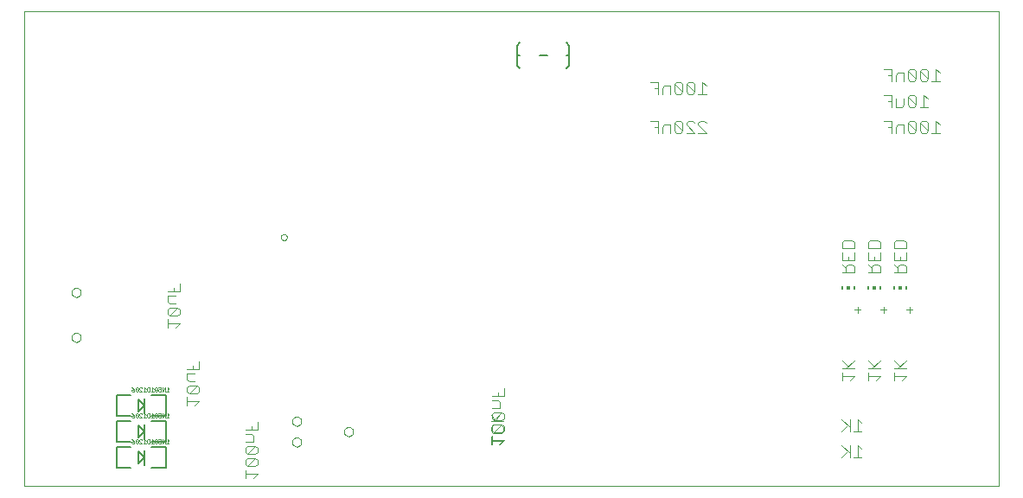
<source format=gbo>
G75*
%MOIN*%
%OFA0B0*%
%FSLAX24Y24*%
%IPPOS*%
%LPD*%
%AMOC8*
5,1,8,0,0,1.08239X$1,22.5*
%
%ADD10C,0.0000*%
%ADD11C,0.0040*%
%ADD12C,0.0080*%
%ADD13C,0.0010*%
%ADD14C,0.0030*%
%ADD15R,0.0059X0.0118*%
%ADD16R,0.0118X0.0118*%
D10*
X003100Y002310D02*
X003100Y020606D01*
X040670Y020606D01*
X040670Y002310D01*
X003100Y002310D01*
X004923Y008044D02*
X004925Y008070D01*
X004931Y008096D01*
X004941Y008121D01*
X004954Y008144D01*
X004970Y008164D01*
X004990Y008182D01*
X005012Y008197D01*
X005035Y008209D01*
X005061Y008217D01*
X005087Y008221D01*
X005113Y008221D01*
X005139Y008217D01*
X005165Y008209D01*
X005189Y008197D01*
X005210Y008182D01*
X005230Y008164D01*
X005246Y008144D01*
X005259Y008121D01*
X005269Y008096D01*
X005275Y008070D01*
X005277Y008044D01*
X005275Y008018D01*
X005269Y007992D01*
X005259Y007967D01*
X005246Y007944D01*
X005230Y007924D01*
X005210Y007906D01*
X005188Y007891D01*
X005165Y007879D01*
X005139Y007871D01*
X005113Y007867D01*
X005087Y007867D01*
X005061Y007871D01*
X005035Y007879D01*
X005011Y007891D01*
X004990Y007906D01*
X004970Y007924D01*
X004954Y007944D01*
X004941Y007967D01*
X004931Y007992D01*
X004925Y008018D01*
X004923Y008044D01*
X004923Y009776D02*
X004925Y009802D01*
X004931Y009828D01*
X004941Y009853D01*
X004954Y009876D01*
X004970Y009896D01*
X004990Y009914D01*
X005012Y009929D01*
X005035Y009941D01*
X005061Y009949D01*
X005087Y009953D01*
X005113Y009953D01*
X005139Y009949D01*
X005165Y009941D01*
X005189Y009929D01*
X005210Y009914D01*
X005230Y009896D01*
X005246Y009876D01*
X005259Y009853D01*
X005269Y009828D01*
X005275Y009802D01*
X005277Y009776D01*
X005275Y009750D01*
X005269Y009724D01*
X005259Y009699D01*
X005246Y009676D01*
X005230Y009656D01*
X005210Y009638D01*
X005188Y009623D01*
X005165Y009611D01*
X005139Y009603D01*
X005113Y009599D01*
X005087Y009599D01*
X005061Y009603D01*
X005035Y009611D01*
X005011Y009623D01*
X004990Y009638D01*
X004970Y009656D01*
X004954Y009676D01*
X004941Y009699D01*
X004931Y009724D01*
X004925Y009750D01*
X004923Y009776D01*
X012982Y011910D02*
X012984Y011931D01*
X012990Y011951D01*
X012999Y011971D01*
X013011Y011988D01*
X013026Y012002D01*
X013044Y012014D01*
X013064Y012022D01*
X013084Y012027D01*
X013105Y012028D01*
X013126Y012025D01*
X013146Y012019D01*
X013165Y012008D01*
X013182Y011995D01*
X013195Y011979D01*
X013206Y011961D01*
X013214Y011941D01*
X013218Y011921D01*
X013218Y011899D01*
X013214Y011879D01*
X013206Y011859D01*
X013195Y011841D01*
X013182Y011825D01*
X013165Y011812D01*
X013146Y011801D01*
X013126Y011795D01*
X013105Y011792D01*
X013084Y011793D01*
X013064Y011798D01*
X013044Y011806D01*
X013026Y011818D01*
X013011Y011832D01*
X012999Y011849D01*
X012990Y011869D01*
X012984Y011889D01*
X012982Y011910D01*
X013425Y004810D02*
X013427Y004836D01*
X013433Y004862D01*
X013442Y004886D01*
X013455Y004909D01*
X013472Y004929D01*
X013491Y004947D01*
X013513Y004962D01*
X013536Y004973D01*
X013561Y004981D01*
X013587Y004985D01*
X013613Y004985D01*
X013639Y004981D01*
X013664Y004973D01*
X013688Y004962D01*
X013709Y004947D01*
X013728Y004929D01*
X013745Y004909D01*
X013758Y004886D01*
X013767Y004862D01*
X013773Y004836D01*
X013775Y004810D01*
X013773Y004784D01*
X013767Y004758D01*
X013758Y004734D01*
X013745Y004711D01*
X013728Y004691D01*
X013709Y004673D01*
X013687Y004658D01*
X013664Y004647D01*
X013639Y004639D01*
X013613Y004635D01*
X013587Y004635D01*
X013561Y004639D01*
X013536Y004647D01*
X013512Y004658D01*
X013491Y004673D01*
X013472Y004691D01*
X013455Y004711D01*
X013442Y004734D01*
X013433Y004758D01*
X013427Y004784D01*
X013425Y004810D01*
X013425Y004010D02*
X013427Y004036D01*
X013433Y004062D01*
X013442Y004086D01*
X013455Y004109D01*
X013472Y004129D01*
X013491Y004147D01*
X013513Y004162D01*
X013536Y004173D01*
X013561Y004181D01*
X013587Y004185D01*
X013613Y004185D01*
X013639Y004181D01*
X013664Y004173D01*
X013688Y004162D01*
X013709Y004147D01*
X013728Y004129D01*
X013745Y004109D01*
X013758Y004086D01*
X013767Y004062D01*
X013773Y004036D01*
X013775Y004010D01*
X013773Y003984D01*
X013767Y003958D01*
X013758Y003934D01*
X013745Y003911D01*
X013728Y003891D01*
X013709Y003873D01*
X013687Y003858D01*
X013664Y003847D01*
X013639Y003839D01*
X013613Y003835D01*
X013587Y003835D01*
X013561Y003839D01*
X013536Y003847D01*
X013512Y003858D01*
X013491Y003873D01*
X013472Y003891D01*
X013455Y003911D01*
X013442Y003934D01*
X013433Y003958D01*
X013427Y003984D01*
X013425Y004010D01*
X015425Y004410D02*
X015427Y004436D01*
X015433Y004462D01*
X015442Y004486D01*
X015455Y004509D01*
X015472Y004529D01*
X015491Y004547D01*
X015513Y004562D01*
X015536Y004573D01*
X015561Y004581D01*
X015587Y004585D01*
X015613Y004585D01*
X015639Y004581D01*
X015664Y004573D01*
X015688Y004562D01*
X015709Y004547D01*
X015728Y004529D01*
X015745Y004509D01*
X015758Y004486D01*
X015767Y004462D01*
X015773Y004436D01*
X015775Y004410D01*
X015773Y004384D01*
X015767Y004358D01*
X015758Y004334D01*
X015745Y004311D01*
X015728Y004291D01*
X015709Y004273D01*
X015687Y004258D01*
X015664Y004247D01*
X015639Y004239D01*
X015613Y004235D01*
X015587Y004235D01*
X015561Y004239D01*
X015536Y004247D01*
X015512Y004258D01*
X015491Y004273D01*
X015472Y004291D01*
X015455Y004311D01*
X015442Y004334D01*
X015433Y004358D01*
X015427Y004384D01*
X015425Y004410D01*
D11*
X012080Y004470D02*
X012080Y004777D01*
X011850Y004623D02*
X011850Y004470D01*
X011850Y004316D02*
X011620Y004316D01*
X011620Y004470D02*
X012080Y004470D01*
X011927Y004240D02*
X011850Y004316D01*
X011927Y004240D02*
X011927Y004009D01*
X011620Y004009D01*
X011697Y003856D02*
X011620Y003779D01*
X011620Y003626D01*
X011697Y003549D01*
X012004Y003856D01*
X011697Y003856D01*
X012004Y003856D02*
X012080Y003779D01*
X012080Y003626D01*
X012004Y003549D01*
X011697Y003549D01*
X011697Y003396D02*
X011620Y003319D01*
X011620Y003165D01*
X011697Y003089D01*
X012004Y003396D01*
X011697Y003396D01*
X012004Y003396D02*
X012080Y003319D01*
X012080Y003165D01*
X012004Y003089D01*
X011697Y003089D01*
X011620Y002935D02*
X011620Y002628D01*
X011620Y002782D02*
X012080Y002782D01*
X011927Y002628D01*
X009677Y005430D02*
X009830Y005584D01*
X009370Y005584D01*
X009370Y005737D02*
X009370Y005430D01*
X009447Y005891D02*
X009754Y006198D01*
X009447Y006198D01*
X009370Y006121D01*
X009370Y005967D01*
X009447Y005891D01*
X009754Y005891D01*
X009830Y005967D01*
X009830Y006121D01*
X009754Y006198D01*
X009677Y006351D02*
X009447Y006351D01*
X009370Y006428D01*
X009370Y006658D01*
X009677Y006658D01*
X009600Y006811D02*
X009600Y006965D01*
X009370Y006811D02*
X009830Y006811D01*
X009830Y007118D01*
X008927Y008430D02*
X009080Y008584D01*
X008620Y008584D01*
X008620Y008737D02*
X008620Y008430D01*
X008697Y008891D02*
X008620Y008967D01*
X008620Y009121D01*
X008697Y009198D01*
X009004Y009198D01*
X008697Y008891D01*
X009004Y008891D01*
X009080Y008967D01*
X009080Y009121D01*
X009004Y009198D01*
X008927Y009351D02*
X008697Y009351D01*
X008620Y009428D01*
X008620Y009658D01*
X008927Y009658D01*
X008850Y009811D02*
X008850Y009965D01*
X008620Y009811D02*
X009080Y009811D01*
X009080Y010118D01*
X021120Y005772D02*
X021580Y005772D01*
X021580Y006079D01*
X021350Y005925D02*
X021350Y005772D01*
X021350Y005618D02*
X021120Y005618D01*
X021350Y005618D02*
X021427Y005542D01*
X021427Y005311D01*
X021120Y005311D01*
X021197Y005158D02*
X021120Y005081D01*
X021120Y004928D01*
X021197Y004851D01*
X021504Y005158D01*
X021197Y005158D01*
X021095Y005056D02*
X021248Y004826D01*
X021402Y005056D01*
X021504Y005158D02*
X021580Y005081D01*
X021580Y004928D01*
X021504Y004851D01*
X021197Y004851D01*
X021095Y004826D02*
X021555Y004826D01*
X021504Y004698D02*
X021197Y004391D01*
X021120Y004467D01*
X021120Y004621D01*
X021197Y004698D01*
X021504Y004698D01*
X021580Y004621D01*
X021580Y004467D01*
X021504Y004391D01*
X021197Y004391D01*
X021172Y004366D02*
X021479Y004673D01*
X021172Y004673D01*
X021095Y004596D01*
X021095Y004442D01*
X021172Y004366D01*
X021479Y004366D01*
X021555Y004442D01*
X021555Y004596D01*
X021479Y004673D01*
X021120Y004237D02*
X021120Y003930D01*
X021095Y003905D02*
X021095Y004212D01*
X021120Y004084D02*
X021580Y004084D01*
X021427Y003930D01*
X021402Y003905D02*
X021555Y004059D01*
X021095Y004059D01*
X034608Y003891D02*
X034915Y003584D01*
X034839Y003660D02*
X034608Y003430D01*
X034915Y003430D02*
X034915Y003891D01*
X035222Y003891D02*
X035222Y003430D01*
X035069Y003430D02*
X035376Y003430D01*
X035376Y003737D02*
X035222Y003891D01*
X035222Y004430D02*
X035222Y004891D01*
X035376Y004737D01*
X035376Y004430D02*
X035069Y004430D01*
X034915Y004430D02*
X034915Y004891D01*
X034839Y004660D02*
X034608Y004430D01*
X034915Y004584D02*
X034608Y004891D01*
X034620Y006384D02*
X034620Y006691D01*
X034620Y006538D02*
X035080Y006538D01*
X034927Y006384D01*
X035620Y006384D02*
X035620Y006691D01*
X035620Y006538D02*
X036080Y006538D01*
X035927Y006384D01*
X036620Y006384D02*
X036620Y006691D01*
X036620Y006538D02*
X037080Y006538D01*
X036927Y006384D01*
X037080Y006845D02*
X036620Y006845D01*
X036773Y006845D02*
X037080Y007152D01*
X036850Y006922D02*
X036620Y007152D01*
X036080Y007152D02*
X035773Y006845D01*
X035850Y006922D02*
X035620Y007152D01*
X035620Y006845D02*
X036080Y006845D01*
X035080Y006845D02*
X034620Y006845D01*
X034773Y006845D02*
X035080Y007152D01*
X034850Y006922D02*
X034620Y007152D01*
X034620Y010555D02*
X035080Y010555D01*
X035080Y010785D01*
X035004Y010862D01*
X034850Y010862D01*
X034773Y010785D01*
X034773Y010555D01*
X034773Y010709D02*
X034620Y010862D01*
X034620Y011016D02*
X034620Y011323D01*
X034620Y011476D02*
X034620Y011706D01*
X034697Y011783D01*
X035004Y011783D01*
X035080Y011706D01*
X035080Y011476D01*
X034620Y011476D01*
X034850Y011169D02*
X034850Y011016D01*
X035080Y011016D02*
X034620Y011016D01*
X035080Y011016D02*
X035080Y011323D01*
X035620Y011323D02*
X035620Y011016D01*
X036080Y011016D01*
X036080Y011323D01*
X036080Y011476D02*
X036080Y011706D01*
X036004Y011783D01*
X035697Y011783D01*
X035620Y011706D01*
X035620Y011476D01*
X036080Y011476D01*
X035850Y011169D02*
X035850Y011016D01*
X035850Y010862D02*
X035773Y010785D01*
X035773Y010555D01*
X035620Y010555D02*
X036080Y010555D01*
X036080Y010785D01*
X036004Y010862D01*
X035850Y010862D01*
X035773Y010709D02*
X035620Y010862D01*
X036620Y010862D02*
X036773Y010709D01*
X036773Y010785D02*
X036773Y010555D01*
X036620Y010555D02*
X037080Y010555D01*
X037080Y010785D01*
X037004Y010862D01*
X036850Y010862D01*
X036773Y010785D01*
X036850Y011016D02*
X036850Y011169D01*
X036620Y011016D02*
X036620Y011323D01*
X036620Y011476D02*
X036620Y011706D01*
X036697Y011783D01*
X037004Y011783D01*
X037080Y011706D01*
X037080Y011476D01*
X036620Y011476D01*
X036620Y011016D02*
X037080Y011016D01*
X037080Y011323D01*
X037001Y015930D02*
X037001Y016237D01*
X036771Y016237D01*
X036694Y016160D01*
X036694Y015930D01*
X036540Y015930D02*
X036540Y016391D01*
X036233Y016391D01*
X036387Y016160D02*
X036540Y016160D01*
X037154Y016007D02*
X037231Y015930D01*
X037384Y015930D01*
X037461Y016007D01*
X037154Y016314D01*
X037154Y016007D01*
X037154Y016314D02*
X037231Y016391D01*
X037384Y016391D01*
X037461Y016314D01*
X037461Y016007D01*
X037615Y016007D02*
X037615Y016314D01*
X037922Y016007D01*
X037845Y015930D01*
X037691Y015930D01*
X037615Y016007D01*
X037922Y016007D02*
X037922Y016314D01*
X037845Y016391D01*
X037691Y016391D01*
X037615Y016314D01*
X038075Y015930D02*
X038382Y015930D01*
X038229Y015930D02*
X038229Y016391D01*
X038382Y016237D01*
X037922Y016930D02*
X037615Y016930D01*
X037768Y016930D02*
X037768Y017391D01*
X037922Y017237D01*
X037461Y017314D02*
X037384Y017391D01*
X037231Y017391D01*
X037154Y017314D01*
X037461Y017007D01*
X037384Y016930D01*
X037231Y016930D01*
X037154Y017007D01*
X037154Y017314D01*
X037001Y017237D02*
X037001Y017007D01*
X036924Y016930D01*
X036694Y016930D01*
X036694Y017237D01*
X036540Y017160D02*
X036387Y017160D01*
X036540Y016930D02*
X036540Y017391D01*
X036233Y017391D01*
X036540Y017930D02*
X036540Y018391D01*
X036233Y018391D01*
X036387Y018160D02*
X036540Y018160D01*
X036694Y018160D02*
X036694Y017930D01*
X036694Y018160D02*
X036771Y018237D01*
X037001Y018237D01*
X037001Y017930D01*
X037154Y018007D02*
X037231Y017930D01*
X037384Y017930D01*
X037461Y018007D01*
X037154Y018314D01*
X037154Y018007D01*
X037154Y018314D02*
X037231Y018391D01*
X037384Y018391D01*
X037461Y018314D01*
X037461Y018007D01*
X037615Y018007D02*
X037691Y017930D01*
X037845Y017930D01*
X037922Y018007D01*
X037615Y018314D01*
X037615Y018007D01*
X037922Y018007D02*
X037922Y018314D01*
X037845Y018391D01*
X037691Y018391D01*
X037615Y018314D01*
X038075Y017930D02*
X038382Y017930D01*
X038229Y017930D02*
X038229Y018391D01*
X038382Y018237D01*
X037461Y017314D02*
X037461Y017007D01*
X029382Y017430D02*
X029075Y017430D01*
X029229Y017430D02*
X029229Y017891D01*
X029382Y017737D01*
X028922Y017814D02*
X028845Y017891D01*
X028691Y017891D01*
X028615Y017814D01*
X028922Y017507D01*
X028845Y017430D01*
X028691Y017430D01*
X028615Y017507D01*
X028615Y017814D01*
X028461Y017814D02*
X028384Y017891D01*
X028231Y017891D01*
X028154Y017814D01*
X028461Y017507D01*
X028384Y017430D01*
X028231Y017430D01*
X028154Y017507D01*
X028154Y017814D01*
X028001Y017737D02*
X027771Y017737D01*
X027694Y017660D01*
X027694Y017430D01*
X027540Y017430D02*
X027540Y017891D01*
X027233Y017891D01*
X027387Y017660D02*
X027540Y017660D01*
X028001Y017737D02*
X028001Y017430D01*
X028461Y017507D02*
X028461Y017814D01*
X028922Y017814D02*
X028922Y017507D01*
X028845Y016391D02*
X028922Y016314D01*
X028845Y016391D02*
X028691Y016391D01*
X028615Y016314D01*
X028615Y016237D01*
X028922Y015930D01*
X028615Y015930D01*
X028461Y016007D02*
X028154Y016314D01*
X028154Y016007D01*
X028231Y015930D01*
X028384Y015930D01*
X028461Y016007D01*
X028461Y016314D01*
X028384Y016391D01*
X028231Y016391D01*
X028154Y016314D01*
X028001Y016237D02*
X027771Y016237D01*
X027694Y016160D01*
X027694Y015930D01*
X027540Y015930D02*
X027540Y016391D01*
X027233Y016391D01*
X027387Y016160D02*
X027540Y016160D01*
X028001Y016237D02*
X028001Y015930D01*
X029075Y015930D02*
X029382Y015930D01*
X029075Y016237D01*
X029075Y016314D01*
X029152Y016391D01*
X029305Y016391D01*
X029382Y016314D01*
D12*
X024100Y018520D02*
X023990Y018410D01*
X024100Y018520D02*
X024100Y018910D01*
X024100Y019300D01*
X023990Y019410D01*
X024000Y018910D02*
X024100Y018910D01*
X023250Y018910D02*
X022950Y018910D01*
X022200Y018910D02*
X022100Y018910D01*
X022100Y019300D01*
X022210Y019410D01*
X022100Y018910D02*
X022100Y018520D01*
X022210Y018410D01*
X008545Y005804D02*
X007994Y005804D01*
X007718Y005686D02*
X007718Y005410D01*
X007482Y005646D01*
X007482Y005174D01*
X007718Y005410D01*
X007718Y005135D01*
X007994Y005017D02*
X008545Y005017D01*
X008545Y005804D01*
X008545Y004804D02*
X007994Y004804D01*
X007718Y004686D02*
X007718Y004410D01*
X007482Y004646D01*
X007482Y004174D01*
X007718Y004410D01*
X007718Y004135D01*
X007994Y004017D02*
X008545Y004017D01*
X008545Y004804D01*
X008545Y003804D02*
X007994Y003804D01*
X007718Y003686D02*
X007718Y003410D01*
X007482Y003646D01*
X007482Y003174D01*
X007718Y003410D01*
X007718Y003135D01*
X007994Y003017D02*
X008545Y003017D01*
X008545Y003804D01*
X007206Y003804D02*
X006655Y003804D01*
X006655Y003017D01*
X007206Y003017D01*
X007206Y004017D02*
X006655Y004017D01*
X006655Y004804D01*
X007206Y004804D01*
X007206Y005017D02*
X006655Y005017D01*
X006655Y005804D01*
X007206Y005804D01*
D13*
X007267Y005955D02*
X007242Y005980D01*
X007242Y006005D01*
X007267Y006030D01*
X007342Y006030D01*
X007342Y005980D01*
X007317Y005955D01*
X007267Y005955D01*
X007342Y006030D02*
X007292Y006080D01*
X007242Y006105D01*
X007390Y006080D02*
X007490Y005980D01*
X007465Y005955D01*
X007415Y005955D01*
X007390Y005980D01*
X007390Y006080D01*
X007415Y006105D01*
X007465Y006105D01*
X007490Y006080D01*
X007490Y005980D01*
X007537Y005955D02*
X007637Y005955D01*
X007537Y006055D01*
X007537Y006080D01*
X007562Y006105D01*
X007612Y006105D01*
X007637Y006080D01*
X007734Y006105D02*
X007734Y005955D01*
X007784Y005955D02*
X007684Y005955D01*
X007784Y006055D02*
X007734Y006105D01*
X007832Y006080D02*
X007857Y006105D01*
X007932Y006105D01*
X007932Y005955D01*
X007857Y005955D01*
X007832Y005980D01*
X007832Y006080D01*
X007979Y005955D02*
X008079Y005955D01*
X008029Y005955D02*
X008029Y006105D01*
X008079Y006055D01*
X008126Y006055D02*
X008151Y006030D01*
X008201Y006030D01*
X008226Y006055D01*
X008226Y006080D01*
X008201Y006105D01*
X008151Y006105D01*
X008126Y006080D01*
X008126Y006055D01*
X008151Y006030D02*
X008126Y006005D01*
X008126Y005980D01*
X008151Y005955D01*
X008201Y005955D01*
X008226Y005980D01*
X008226Y006005D01*
X008201Y006030D01*
X008274Y006030D02*
X008274Y005980D01*
X008299Y005955D01*
X008349Y005955D01*
X008374Y005980D01*
X008374Y006030D02*
X008324Y006055D01*
X008299Y006055D01*
X008274Y006030D01*
X008274Y006105D02*
X008374Y006105D01*
X008374Y006030D01*
X008421Y005955D02*
X008421Y006105D01*
X008521Y006105D02*
X008421Y005955D01*
X008521Y005955D02*
X008521Y006105D01*
X008618Y006105D02*
X008618Y005955D01*
X008668Y005955D02*
X008568Y005955D01*
X008668Y006055D02*
X008618Y006105D01*
X008618Y005105D02*
X008618Y004955D01*
X008668Y004955D02*
X008568Y004955D01*
X008521Y004955D02*
X008521Y005105D01*
X008421Y004955D01*
X008421Y005105D01*
X008374Y005105D02*
X008374Y005030D01*
X008324Y005055D01*
X008299Y005055D01*
X008274Y005030D01*
X008274Y004980D01*
X008299Y004955D01*
X008349Y004955D01*
X008374Y004980D01*
X008374Y005105D02*
X008274Y005105D01*
X008226Y005080D02*
X008226Y005055D01*
X008201Y005030D01*
X008151Y005030D01*
X008126Y005005D01*
X008126Y004980D01*
X008151Y004955D01*
X008201Y004955D01*
X008226Y004980D01*
X008226Y005005D01*
X008201Y005030D01*
X008151Y005030D02*
X008126Y005055D01*
X008126Y005080D01*
X008151Y005105D01*
X008201Y005105D01*
X008226Y005080D01*
X008079Y005055D02*
X008029Y005105D01*
X008029Y004955D01*
X008079Y004955D02*
X007979Y004955D01*
X007932Y004955D02*
X007857Y004955D01*
X007832Y004980D01*
X007832Y005080D01*
X007857Y005105D01*
X007932Y005105D01*
X007932Y004955D01*
X007784Y004955D02*
X007684Y004955D01*
X007637Y004955D02*
X007537Y005055D01*
X007537Y005080D01*
X007562Y005105D01*
X007612Y005105D01*
X007637Y005080D01*
X007734Y005105D02*
X007734Y004955D01*
X007637Y004955D02*
X007537Y004955D01*
X007490Y004980D02*
X007390Y005080D01*
X007390Y004980D01*
X007415Y004955D01*
X007465Y004955D01*
X007490Y004980D01*
X007490Y005080D01*
X007465Y005105D01*
X007415Y005105D01*
X007390Y005080D01*
X007342Y005030D02*
X007292Y005080D01*
X007242Y005105D01*
X007267Y005030D02*
X007342Y005030D01*
X007342Y004980D01*
X007317Y004955D01*
X007267Y004955D01*
X007242Y004980D01*
X007242Y005005D01*
X007267Y005030D01*
X007734Y005105D02*
X007784Y005055D01*
X008618Y005105D02*
X008668Y005055D01*
X008618Y004105D02*
X008618Y003955D01*
X008668Y003955D02*
X008568Y003955D01*
X008521Y003955D02*
X008521Y004105D01*
X008421Y003955D01*
X008421Y004105D01*
X008374Y004105D02*
X008374Y004030D01*
X008324Y004055D01*
X008299Y004055D01*
X008274Y004030D01*
X008274Y003980D01*
X008299Y003955D01*
X008349Y003955D01*
X008374Y003980D01*
X008374Y004105D02*
X008274Y004105D01*
X008226Y004080D02*
X008226Y004055D01*
X008201Y004030D01*
X008151Y004030D01*
X008126Y004005D01*
X008126Y003980D01*
X008151Y003955D01*
X008201Y003955D01*
X008226Y003980D01*
X008226Y004005D01*
X008201Y004030D01*
X008151Y004030D02*
X008126Y004055D01*
X008126Y004080D01*
X008151Y004105D01*
X008201Y004105D01*
X008226Y004080D01*
X008079Y004055D02*
X008029Y004105D01*
X008029Y003955D01*
X008079Y003955D02*
X007979Y003955D01*
X007932Y003955D02*
X007857Y003955D01*
X007832Y003980D01*
X007832Y004080D01*
X007857Y004105D01*
X007932Y004105D01*
X007932Y003955D01*
X007784Y003955D02*
X007684Y003955D01*
X007637Y003955D02*
X007537Y004055D01*
X007537Y004080D01*
X007562Y004105D01*
X007612Y004105D01*
X007637Y004080D01*
X007734Y004105D02*
X007734Y003955D01*
X007637Y003955D02*
X007537Y003955D01*
X007490Y003980D02*
X007465Y003955D01*
X007415Y003955D01*
X007390Y003980D01*
X007390Y004080D01*
X007490Y003980D01*
X007490Y004080D01*
X007465Y004105D01*
X007415Y004105D01*
X007390Y004080D01*
X007342Y004030D02*
X007267Y004030D01*
X007242Y004005D01*
X007242Y003980D01*
X007267Y003955D01*
X007317Y003955D01*
X007342Y003980D01*
X007342Y004030D01*
X007292Y004080D01*
X007242Y004105D01*
X007734Y004105D02*
X007784Y004055D01*
X008618Y004105D02*
X008668Y004055D01*
D14*
X035088Y009110D02*
X035335Y009110D01*
X035212Y008987D02*
X035212Y009234D01*
X036088Y009110D02*
X036335Y009110D01*
X036212Y008987D02*
X036212Y009234D01*
X037088Y009110D02*
X037335Y009110D01*
X037212Y008987D02*
X037212Y009234D01*
D15*
X037086Y009969D03*
X036614Y009969D03*
X036086Y009969D03*
X035614Y009969D03*
X035086Y009969D03*
X034614Y009969D03*
D16*
X034850Y009969D03*
X035850Y009969D03*
X036850Y009969D03*
M02*

</source>
